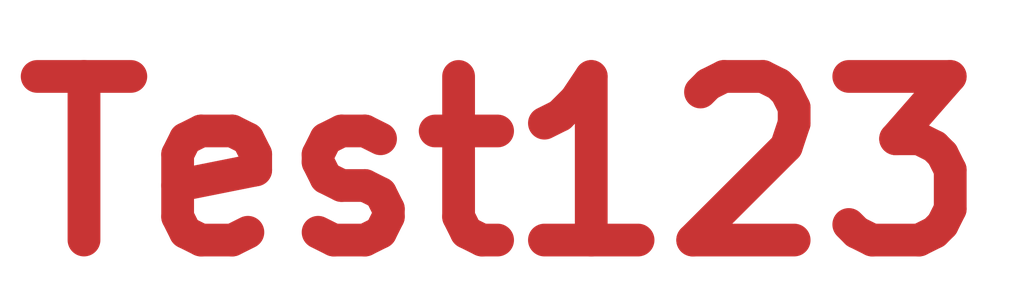
<source format=kicad_pcb>
(kicad_pcb
	(version 20241229)
	(generator "pcbnew")
	(generator_version "9.0")
	(general
		(thickness 1.6)
		(legacy_teardrops no)
	)
	(paper "A4")
	(layers
		(0 "F.Cu" signal)
		(2 "B.Cu" signal)
		(9 "F.Adhes" user "F.Adhesive")
		(11 "B.Adhes" user "B.Adhesive")
		(13 "F.Paste" user)
		(15 "B.Paste" user)
		(5 "F.SilkS" user "F.Silkscreen")
		(7 "B.SilkS" user "B.Silkscreen")
		(1 "F.Mask" user)
		(3 "B.Mask" user)
		(17 "Dwgs.User" user "User.Drawings")
		(19 "Cmts.User" user "User.Comments")
		(21 "Eco1.User" user "User.Eco1")
		(23 "Eco2.User" user "User.Eco2")
		(25 "Edge.Cuts" user)
		(27 "Margin" user)
		(31 "F.CrtYd" user "F.Courtyard")
		(29 "B.CrtYd" user "B.Courtyard")
		(35 "F.Fab" user)
		(33 "B.Fab" user)
		(39 "User.1" user)
		(41 "User.2" user)
		(43 "User.3" user)
		(45 "User.4" user)
	)
	(setup
		(pad_to_mask_clearance 0)
		(allow_soldermask_bridges_in_footprints no)
		(tenting front back)
		(pcbplotparams
			(layerselection 0x00000000_00000000_55555555_5755f5ff)
			(plot_on_all_layers_selection 0x00000000_00000000_00000000_00000000)
			(disableapertmacros no)
			(usegerberextensions no)
			(usegerberattributes yes)
			(usegerberadvancedattributes yes)
			(creategerberjobfile yes)
			(dashed_line_dash_ratio 12.000000)
			(dashed_line_gap_ratio 3.000000)
			(svgprecision 4)
			(plotframeref no)
			(mode 1)
			(useauxorigin no)
			(hpglpennumber 1)
			(hpglpenspeed 20)
			(hpglpendiameter 15.000000)
			(pdf_front_fp_property_popups yes)
			(pdf_back_fp_property_popups yes)
			(pdf_metadata yes)
			(pdf_single_document no)
			(dxfpolygonmode yes)
			(dxfimperialunits yes)
			(dxfusepcbnewfont yes)
			(psnegative no)
			(psa4output no)
			(plot_black_and_white yes)
			(sketchpadsonfab no)
			(plotpadnumbers no)
			(hidednponfab no)
			(sketchdnponfab yes)
			(crossoutdnponfab yes)
			(subtractmaskfromsilk no)
			(outputformat 1)
			(mirror no)
			(drillshape 1)
			(scaleselection 1)
			(outputdirectory "")
		)
	)
	(net 0 "")
	(gr_text "Test123"
		(at 23.89 23.37 0)
		(layer "F.Cu")
		(uuid "74ed4041-9ba5-4913-9810-f419632f38b6")
		(effects
			(font
				(size 1.5 1.5)
				(thickness 0.3)
				(bold yes)
			)
			(justify left bottom)
		)
	)
	(embedded_fonts no)
)

</source>
